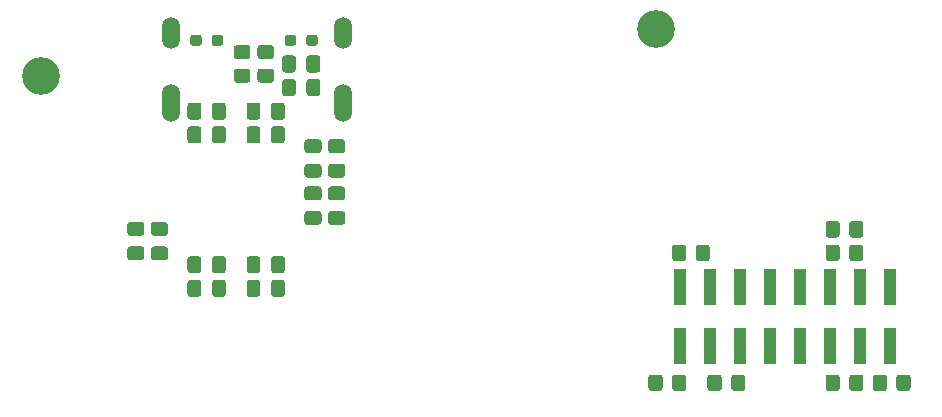
<source format=gbs>
%TF.GenerationSoftware,KiCad,Pcbnew,5.1.9+dfsg1-1+deb11u1*%
%TF.CreationDate,2025-10-17T13:47:22+02:00*%
%TF.ProjectId,VERA-XE-HDMI-Expansion,56455241-2d58-4452-9d48-444d492d4578,rev?*%
%TF.SameCoordinates,Original*%
%TF.FileFunction,Soldermask,Bot*%
%TF.FilePolarity,Negative*%
%FSLAX46Y46*%
G04 Gerber Fmt 4.6, Leading zero omitted, Abs format (unit mm)*
G04 Created by KiCad (PCBNEW 5.1.9+dfsg1-1+deb11u1) date 2025-10-17 13:47:22*
%MOMM*%
%LPD*%
G01*
G04 APERTURE LIST*
%ADD10C,3.200000*%
%ADD11O,1.500000X3.200000*%
%ADD12O,1.500000X2.700000*%
%ADD13R,1.000000X3.150000*%
G04 APERTURE END LIST*
%TO.C,C5*%
G36*
G01*
X182550000Y-31525000D02*
X182550000Y-32475000D01*
G75*
G02*
X182300000Y-32725000I-250000J0D01*
G01*
X181625000Y-32725000D01*
G75*
G02*
X181375000Y-32475000I0J250000D01*
G01*
X181375000Y-31525000D01*
G75*
G02*
X181625000Y-31275000I250000J0D01*
G01*
X182300000Y-31275000D01*
G75*
G02*
X182550000Y-31525000I0J-250000D01*
G01*
G37*
G36*
G01*
X184625000Y-31525000D02*
X184625000Y-32475000D01*
G75*
G02*
X184375000Y-32725000I-250000J0D01*
G01*
X183700000Y-32725000D01*
G75*
G02*
X183450000Y-32475000I0J250000D01*
G01*
X183450000Y-31525000D01*
G75*
G02*
X183700000Y-31275000I250000J0D01*
G01*
X184375000Y-31275000D01*
G75*
G02*
X184625000Y-31525000I0J-250000D01*
G01*
G37*
%TD*%
%TO.C,C6*%
G36*
G01*
X184625000Y-33525000D02*
X184625000Y-34475000D01*
G75*
G02*
X184375000Y-34725000I-250000J0D01*
G01*
X183700000Y-34725000D01*
G75*
G02*
X183450000Y-34475000I0J250000D01*
G01*
X183450000Y-33525000D01*
G75*
G02*
X183700000Y-33275000I250000J0D01*
G01*
X184375000Y-33275000D01*
G75*
G02*
X184625000Y-33525000I0J-250000D01*
G01*
G37*
G36*
G01*
X182550000Y-33525000D02*
X182550000Y-34475000D01*
G75*
G02*
X182300000Y-34725000I-250000J0D01*
G01*
X181625000Y-34725000D01*
G75*
G02*
X181375000Y-34475000I0J250000D01*
G01*
X181375000Y-33525000D01*
G75*
G02*
X181625000Y-33275000I250000J0D01*
G01*
X182300000Y-33275000D01*
G75*
G02*
X182550000Y-33525000I0J-250000D01*
G01*
G37*
%TD*%
%TO.C,C11*%
G36*
G01*
X188450000Y-32475000D02*
X188450000Y-31525000D01*
G75*
G02*
X188700000Y-31275000I250000J0D01*
G01*
X189375000Y-31275000D01*
G75*
G02*
X189625000Y-31525000I0J-250000D01*
G01*
X189625000Y-32475000D01*
G75*
G02*
X189375000Y-32725000I-250000J0D01*
G01*
X188700000Y-32725000D01*
G75*
G02*
X188450000Y-32475000I0J250000D01*
G01*
G37*
G36*
G01*
X186375000Y-32475000D02*
X186375000Y-31525000D01*
G75*
G02*
X186625000Y-31275000I250000J0D01*
G01*
X187300000Y-31275000D01*
G75*
G02*
X187550000Y-31525000I0J-250000D01*
G01*
X187550000Y-32475000D01*
G75*
G02*
X187300000Y-32725000I-250000J0D01*
G01*
X186625000Y-32725000D01*
G75*
G02*
X186375000Y-32475000I0J250000D01*
G01*
G37*
%TD*%
%TO.C,C12*%
G36*
G01*
X186375000Y-34475000D02*
X186375000Y-33525000D01*
G75*
G02*
X186625000Y-33275000I250000J0D01*
G01*
X187300000Y-33275000D01*
G75*
G02*
X187550000Y-33525000I0J-250000D01*
G01*
X187550000Y-34475000D01*
G75*
G02*
X187300000Y-34725000I-250000J0D01*
G01*
X186625000Y-34725000D01*
G75*
G02*
X186375000Y-34475000I0J250000D01*
G01*
G37*
G36*
G01*
X188450000Y-34475000D02*
X188450000Y-33525000D01*
G75*
G02*
X188700000Y-33275000I250000J0D01*
G01*
X189375000Y-33275000D01*
G75*
G02*
X189625000Y-33525000I0J-250000D01*
G01*
X189625000Y-34475000D01*
G75*
G02*
X189375000Y-34725000I-250000J0D01*
G01*
X188700000Y-34725000D01*
G75*
G02*
X188450000Y-34475000I0J250000D01*
G01*
G37*
%TD*%
%TO.C,C20*%
G36*
G01*
X194475000Y-41625000D02*
X193525000Y-41625000D01*
G75*
G02*
X193275000Y-41375000I0J250000D01*
G01*
X193275000Y-40700000D01*
G75*
G02*
X193525000Y-40450000I250000J0D01*
G01*
X194475000Y-40450000D01*
G75*
G02*
X194725000Y-40700000I0J-250000D01*
G01*
X194725000Y-41375000D01*
G75*
G02*
X194475000Y-41625000I-250000J0D01*
G01*
G37*
G36*
G01*
X194475000Y-39550000D02*
X193525000Y-39550000D01*
G75*
G02*
X193275000Y-39300000I0J250000D01*
G01*
X193275000Y-38625000D01*
G75*
G02*
X193525000Y-38375000I250000J0D01*
G01*
X194475000Y-38375000D01*
G75*
G02*
X194725000Y-38625000I0J-250000D01*
G01*
X194725000Y-39300000D01*
G75*
G02*
X194475000Y-39550000I-250000J0D01*
G01*
G37*
%TD*%
%TO.C,C21*%
G36*
G01*
X192475000Y-39550000D02*
X191525000Y-39550000D01*
G75*
G02*
X191275000Y-39300000I0J250000D01*
G01*
X191275000Y-38625000D01*
G75*
G02*
X191525000Y-38375000I250000J0D01*
G01*
X192475000Y-38375000D01*
G75*
G02*
X192725000Y-38625000I0J-250000D01*
G01*
X192725000Y-39300000D01*
G75*
G02*
X192475000Y-39550000I-250000J0D01*
G01*
G37*
G36*
G01*
X192475000Y-41625000D02*
X191525000Y-41625000D01*
G75*
G02*
X191275000Y-41375000I0J250000D01*
G01*
X191275000Y-40700000D01*
G75*
G02*
X191525000Y-40450000I250000J0D01*
G01*
X192475000Y-40450000D01*
G75*
G02*
X192725000Y-40700000I0J-250000D01*
G01*
X192725000Y-41375000D01*
G75*
G02*
X192475000Y-41625000I-250000J0D01*
G01*
G37*
%TD*%
%TO.C,C22*%
G36*
G01*
X194475000Y-37625000D02*
X193525000Y-37625000D01*
G75*
G02*
X193275000Y-37375000I0J250000D01*
G01*
X193275000Y-36700000D01*
G75*
G02*
X193525000Y-36450000I250000J0D01*
G01*
X194475000Y-36450000D01*
G75*
G02*
X194725000Y-36700000I0J-250000D01*
G01*
X194725000Y-37375000D01*
G75*
G02*
X194475000Y-37625000I-250000J0D01*
G01*
G37*
G36*
G01*
X194475000Y-35550000D02*
X193525000Y-35550000D01*
G75*
G02*
X193275000Y-35300000I0J250000D01*
G01*
X193275000Y-34625000D01*
G75*
G02*
X193525000Y-34375000I250000J0D01*
G01*
X194475000Y-34375000D01*
G75*
G02*
X194725000Y-34625000I0J-250000D01*
G01*
X194725000Y-35300000D01*
G75*
G02*
X194475000Y-35550000I-250000J0D01*
G01*
G37*
%TD*%
%TO.C,C23*%
G36*
G01*
X192475000Y-35550000D02*
X191525000Y-35550000D01*
G75*
G02*
X191275000Y-35300000I0J250000D01*
G01*
X191275000Y-34625000D01*
G75*
G02*
X191525000Y-34375000I250000J0D01*
G01*
X192475000Y-34375000D01*
G75*
G02*
X192725000Y-34625000I0J-250000D01*
G01*
X192725000Y-35300000D01*
G75*
G02*
X192475000Y-35550000I-250000J0D01*
G01*
G37*
G36*
G01*
X192475000Y-37625000D02*
X191525000Y-37625000D01*
G75*
G02*
X191275000Y-37375000I0J250000D01*
G01*
X191275000Y-36700000D01*
G75*
G02*
X191525000Y-36450000I250000J0D01*
G01*
X192475000Y-36450000D01*
G75*
G02*
X192725000Y-36700000I0J-250000D01*
G01*
X192725000Y-37375000D01*
G75*
G02*
X192475000Y-37625000I-250000J0D01*
G01*
G37*
%TD*%
%TO.C,C24*%
G36*
G01*
X181375000Y-47475000D02*
X181375000Y-46525000D01*
G75*
G02*
X181625000Y-46275000I250000J0D01*
G01*
X182300000Y-46275000D01*
G75*
G02*
X182550000Y-46525000I0J-250000D01*
G01*
X182550000Y-47475000D01*
G75*
G02*
X182300000Y-47725000I-250000J0D01*
G01*
X181625000Y-47725000D01*
G75*
G02*
X181375000Y-47475000I0J250000D01*
G01*
G37*
G36*
G01*
X183450000Y-47475000D02*
X183450000Y-46525000D01*
G75*
G02*
X183700000Y-46275000I250000J0D01*
G01*
X184375000Y-46275000D01*
G75*
G02*
X184625000Y-46525000I0J-250000D01*
G01*
X184625000Y-47475000D01*
G75*
G02*
X184375000Y-47725000I-250000J0D01*
G01*
X183700000Y-47725000D01*
G75*
G02*
X183450000Y-47475000I0J250000D01*
G01*
G37*
%TD*%
%TO.C,C25*%
G36*
G01*
X183450000Y-45475000D02*
X183450000Y-44525000D01*
G75*
G02*
X183700000Y-44275000I250000J0D01*
G01*
X184375000Y-44275000D01*
G75*
G02*
X184625000Y-44525000I0J-250000D01*
G01*
X184625000Y-45475000D01*
G75*
G02*
X184375000Y-45725000I-250000J0D01*
G01*
X183700000Y-45725000D01*
G75*
G02*
X183450000Y-45475000I0J250000D01*
G01*
G37*
G36*
G01*
X181375000Y-45475000D02*
X181375000Y-44525000D01*
G75*
G02*
X181625000Y-44275000I250000J0D01*
G01*
X182300000Y-44275000D01*
G75*
G02*
X182550000Y-44525000I0J-250000D01*
G01*
X182550000Y-45475000D01*
G75*
G02*
X182300000Y-45725000I-250000J0D01*
G01*
X181625000Y-45725000D01*
G75*
G02*
X181375000Y-45475000I0J250000D01*
G01*
G37*
%TD*%
%TO.C,C28*%
G36*
G01*
X188450000Y-47475000D02*
X188450000Y-46525000D01*
G75*
G02*
X188700000Y-46275000I250000J0D01*
G01*
X189375000Y-46275000D01*
G75*
G02*
X189625000Y-46525000I0J-250000D01*
G01*
X189625000Y-47475000D01*
G75*
G02*
X189375000Y-47725000I-250000J0D01*
G01*
X188700000Y-47725000D01*
G75*
G02*
X188450000Y-47475000I0J250000D01*
G01*
G37*
G36*
G01*
X186375000Y-47475000D02*
X186375000Y-46525000D01*
G75*
G02*
X186625000Y-46275000I250000J0D01*
G01*
X187300000Y-46275000D01*
G75*
G02*
X187550000Y-46525000I0J-250000D01*
G01*
X187550000Y-47475000D01*
G75*
G02*
X187300000Y-47725000I-250000J0D01*
G01*
X186625000Y-47725000D01*
G75*
G02*
X186375000Y-47475000I0J250000D01*
G01*
G37*
%TD*%
%TO.C,C29*%
G36*
G01*
X188450000Y-45475000D02*
X188450000Y-44525000D01*
G75*
G02*
X188700000Y-44275000I250000J0D01*
G01*
X189375000Y-44275000D01*
G75*
G02*
X189625000Y-44525000I0J-250000D01*
G01*
X189625000Y-45475000D01*
G75*
G02*
X189375000Y-45725000I-250000J0D01*
G01*
X188700000Y-45725000D01*
G75*
G02*
X188450000Y-45475000I0J250000D01*
G01*
G37*
G36*
G01*
X186375000Y-45475000D02*
X186375000Y-44525000D01*
G75*
G02*
X186625000Y-44275000I250000J0D01*
G01*
X187300000Y-44275000D01*
G75*
G02*
X187550000Y-44525000I0J-250000D01*
G01*
X187550000Y-45475000D01*
G75*
G02*
X187300000Y-45725000I-250000J0D01*
G01*
X186625000Y-45725000D01*
G75*
G02*
X186375000Y-45475000I0J250000D01*
G01*
G37*
%TD*%
%TO.C,C31*%
G36*
G01*
X189375000Y-28475000D02*
X189375000Y-27525000D01*
G75*
G02*
X189625000Y-27275000I250000J0D01*
G01*
X190300000Y-27275000D01*
G75*
G02*
X190550000Y-27525000I0J-250000D01*
G01*
X190550000Y-28475000D01*
G75*
G02*
X190300000Y-28725000I-250000J0D01*
G01*
X189625000Y-28725000D01*
G75*
G02*
X189375000Y-28475000I0J250000D01*
G01*
G37*
G36*
G01*
X191450000Y-28475000D02*
X191450000Y-27525000D01*
G75*
G02*
X191700000Y-27275000I250000J0D01*
G01*
X192375000Y-27275000D01*
G75*
G02*
X192625000Y-27525000I0J-250000D01*
G01*
X192625000Y-28475000D01*
G75*
G02*
X192375000Y-28725000I-250000J0D01*
G01*
X191700000Y-28725000D01*
G75*
G02*
X191450000Y-28475000I0J250000D01*
G01*
G37*
%TD*%
%TO.C,C32*%
G36*
G01*
X191450000Y-30475000D02*
X191450000Y-29525000D01*
G75*
G02*
X191700000Y-29275000I250000J0D01*
G01*
X192375000Y-29275000D01*
G75*
G02*
X192625000Y-29525000I0J-250000D01*
G01*
X192625000Y-30475000D01*
G75*
G02*
X192375000Y-30725000I-250000J0D01*
G01*
X191700000Y-30725000D01*
G75*
G02*
X191450000Y-30475000I0J250000D01*
G01*
G37*
G36*
G01*
X189375000Y-30475000D02*
X189375000Y-29525000D01*
G75*
G02*
X189625000Y-29275000I250000J0D01*
G01*
X190300000Y-29275000D01*
G75*
G02*
X190550000Y-29525000I0J-250000D01*
G01*
X190550000Y-30475000D01*
G75*
G02*
X190300000Y-30725000I-250000J0D01*
G01*
X189625000Y-30725000D01*
G75*
G02*
X189375000Y-30475000I0J250000D01*
G01*
G37*
%TD*%
%TO.C,C33*%
G36*
G01*
X176525000Y-43450000D02*
X177475000Y-43450000D01*
G75*
G02*
X177725000Y-43700000I0J-250000D01*
G01*
X177725000Y-44375000D01*
G75*
G02*
X177475000Y-44625000I-250000J0D01*
G01*
X176525000Y-44625000D01*
G75*
G02*
X176275000Y-44375000I0J250000D01*
G01*
X176275000Y-43700000D01*
G75*
G02*
X176525000Y-43450000I250000J0D01*
G01*
G37*
G36*
G01*
X176525000Y-41375000D02*
X177475000Y-41375000D01*
G75*
G02*
X177725000Y-41625000I0J-250000D01*
G01*
X177725000Y-42300000D01*
G75*
G02*
X177475000Y-42550000I-250000J0D01*
G01*
X176525000Y-42550000D01*
G75*
G02*
X176275000Y-42300000I0J250000D01*
G01*
X176275000Y-41625000D01*
G75*
G02*
X176525000Y-41375000I250000J0D01*
G01*
G37*
%TD*%
%TO.C,C34*%
G36*
G01*
X178525000Y-41375000D02*
X179475000Y-41375000D01*
G75*
G02*
X179725000Y-41625000I0J-250000D01*
G01*
X179725000Y-42300000D01*
G75*
G02*
X179475000Y-42550000I-250000J0D01*
G01*
X178525000Y-42550000D01*
G75*
G02*
X178275000Y-42300000I0J250000D01*
G01*
X178275000Y-41625000D01*
G75*
G02*
X178525000Y-41375000I250000J0D01*
G01*
G37*
G36*
G01*
X178525000Y-43450000D02*
X179475000Y-43450000D01*
G75*
G02*
X179725000Y-43700000I0J-250000D01*
G01*
X179725000Y-44375000D01*
G75*
G02*
X179475000Y-44625000I-250000J0D01*
G01*
X178525000Y-44625000D01*
G75*
G02*
X178275000Y-44375000I0J250000D01*
G01*
X178275000Y-43700000D01*
G75*
G02*
X178525000Y-43450000I250000J0D01*
G01*
G37*
%TD*%
D10*
%TO.C,H1*%
X169000000Y-29000000D03*
%TD*%
%TO.C,H2*%
X221000000Y-25000000D03*
%TD*%
D11*
%TO.C,J1*%
X180000000Y-31300000D03*
X194500000Y-31300000D03*
D12*
X180000000Y-25340000D03*
X194500000Y-25340000D03*
%TD*%
%TO.C,R3*%
G36*
G01*
X226600000Y-54549999D02*
X226600000Y-55450001D01*
G75*
G02*
X226350001Y-55700000I-249999J0D01*
G01*
X225649999Y-55700000D01*
G75*
G02*
X225400000Y-55450001I0J249999D01*
G01*
X225400000Y-54549999D01*
G75*
G02*
X225649999Y-54300000I249999J0D01*
G01*
X226350001Y-54300000D01*
G75*
G02*
X226600000Y-54549999I0J-249999D01*
G01*
G37*
G36*
G01*
X228600000Y-54549999D02*
X228600000Y-55450001D01*
G75*
G02*
X228350001Y-55700000I-249999J0D01*
G01*
X227649999Y-55700000D01*
G75*
G02*
X227400000Y-55450001I0J249999D01*
G01*
X227400000Y-54549999D01*
G75*
G02*
X227649999Y-54300000I249999J0D01*
G01*
X228350001Y-54300000D01*
G75*
G02*
X228600000Y-54549999I0J-249999D01*
G01*
G37*
%TD*%
%TO.C,R4*%
G36*
G01*
X225600000Y-43549999D02*
X225600000Y-44450001D01*
G75*
G02*
X225350001Y-44700000I-249999J0D01*
G01*
X224649999Y-44700000D01*
G75*
G02*
X224400000Y-44450001I0J249999D01*
G01*
X224400000Y-43549999D01*
G75*
G02*
X224649999Y-43300000I249999J0D01*
G01*
X225350001Y-43300000D01*
G75*
G02*
X225600000Y-43549999I0J-249999D01*
G01*
G37*
G36*
G01*
X223600000Y-43549999D02*
X223600000Y-44450001D01*
G75*
G02*
X223350001Y-44700000I-249999J0D01*
G01*
X222649999Y-44700000D01*
G75*
G02*
X222400000Y-44450001I0J249999D01*
G01*
X222400000Y-43549999D01*
G75*
G02*
X222649999Y-43300000I249999J0D01*
G01*
X223350001Y-43300000D01*
G75*
G02*
X223600000Y-43549999I0J-249999D01*
G01*
G37*
%TD*%
%TO.C,R5*%
G36*
G01*
X222400000Y-55450001D02*
X222400000Y-54549999D01*
G75*
G02*
X222649999Y-54300000I249999J0D01*
G01*
X223350001Y-54300000D01*
G75*
G02*
X223600000Y-54549999I0J-249999D01*
G01*
X223600000Y-55450001D01*
G75*
G02*
X223350001Y-55700000I-249999J0D01*
G01*
X222649999Y-55700000D01*
G75*
G02*
X222400000Y-55450001I0J249999D01*
G01*
G37*
G36*
G01*
X220400000Y-55450001D02*
X220400000Y-54549999D01*
G75*
G02*
X220649999Y-54300000I249999J0D01*
G01*
X221350001Y-54300000D01*
G75*
G02*
X221600000Y-54549999I0J-249999D01*
G01*
X221600000Y-55450001D01*
G75*
G02*
X221350001Y-55700000I-249999J0D01*
G01*
X220649999Y-55700000D01*
G75*
G02*
X220400000Y-55450001I0J249999D01*
G01*
G37*
%TD*%
%TO.C,R6*%
G36*
G01*
X237400000Y-55450001D02*
X237400000Y-54549999D01*
G75*
G02*
X237649999Y-54300000I249999J0D01*
G01*
X238350001Y-54300000D01*
G75*
G02*
X238600000Y-54549999I0J-249999D01*
G01*
X238600000Y-55450001D01*
G75*
G02*
X238350001Y-55700000I-249999J0D01*
G01*
X237649999Y-55700000D01*
G75*
G02*
X237400000Y-55450001I0J249999D01*
G01*
G37*
G36*
G01*
X235400000Y-55450001D02*
X235400000Y-54549999D01*
G75*
G02*
X235649999Y-54300000I249999J0D01*
G01*
X236350001Y-54300000D01*
G75*
G02*
X236600000Y-54549999I0J-249999D01*
G01*
X236600000Y-55450001D01*
G75*
G02*
X236350001Y-55700000I-249999J0D01*
G01*
X235649999Y-55700000D01*
G75*
G02*
X235400000Y-55450001I0J249999D01*
G01*
G37*
%TD*%
%TO.C,R7*%
G36*
G01*
X190575000Y-25762500D02*
X190575000Y-26237500D01*
G75*
G02*
X190337500Y-26475000I-237500J0D01*
G01*
X189837500Y-26475000D01*
G75*
G02*
X189600000Y-26237500I0J237500D01*
G01*
X189600000Y-25762500D01*
G75*
G02*
X189837500Y-25525000I237500J0D01*
G01*
X190337500Y-25525000D01*
G75*
G02*
X190575000Y-25762500I0J-237500D01*
G01*
G37*
G36*
G01*
X192400000Y-25762500D02*
X192400000Y-26237500D01*
G75*
G02*
X192162500Y-26475000I-237500J0D01*
G01*
X191662500Y-26475000D01*
G75*
G02*
X191425000Y-26237500I0J237500D01*
G01*
X191425000Y-25762500D01*
G75*
G02*
X191662500Y-25525000I237500J0D01*
G01*
X192162500Y-25525000D01*
G75*
G02*
X192400000Y-25762500I0J-237500D01*
G01*
G37*
%TD*%
%TO.C,R8*%
G36*
G01*
X181600000Y-26237500D02*
X181600000Y-25762500D01*
G75*
G02*
X181837500Y-25525000I237500J0D01*
G01*
X182337500Y-25525000D01*
G75*
G02*
X182575000Y-25762500I0J-237500D01*
G01*
X182575000Y-26237500D01*
G75*
G02*
X182337500Y-26475000I-237500J0D01*
G01*
X181837500Y-26475000D01*
G75*
G02*
X181600000Y-26237500I0J237500D01*
G01*
G37*
G36*
G01*
X183425000Y-26237500D02*
X183425000Y-25762500D01*
G75*
G02*
X183662500Y-25525000I237500J0D01*
G01*
X184162500Y-25525000D01*
G75*
G02*
X184400000Y-25762500I0J-237500D01*
G01*
X184400000Y-26237500D01*
G75*
G02*
X184162500Y-26475000I-237500J0D01*
G01*
X183662500Y-26475000D01*
G75*
G02*
X183425000Y-26237500I0J237500D01*
G01*
G37*
%TD*%
%TO.C,R9*%
G36*
G01*
X235400000Y-44450001D02*
X235400000Y-43549999D01*
G75*
G02*
X235649999Y-43300000I249999J0D01*
G01*
X236350001Y-43300000D01*
G75*
G02*
X236600000Y-43549999I0J-249999D01*
G01*
X236600000Y-44450001D01*
G75*
G02*
X236350001Y-44700000I-249999J0D01*
G01*
X235649999Y-44700000D01*
G75*
G02*
X235400000Y-44450001I0J249999D01*
G01*
G37*
G36*
G01*
X237400000Y-44450001D02*
X237400000Y-43549999D01*
G75*
G02*
X237649999Y-43300000I249999J0D01*
G01*
X238350001Y-43300000D01*
G75*
G02*
X238600000Y-43549999I0J-249999D01*
G01*
X238600000Y-44450001D01*
G75*
G02*
X238350001Y-44700000I-249999J0D01*
G01*
X237649999Y-44700000D01*
G75*
G02*
X237400000Y-44450001I0J249999D01*
G01*
G37*
%TD*%
%TO.C,R10*%
G36*
G01*
X187549999Y-26400000D02*
X188450001Y-26400000D01*
G75*
G02*
X188700000Y-26649999I0J-249999D01*
G01*
X188700000Y-27350001D01*
G75*
G02*
X188450001Y-27600000I-249999J0D01*
G01*
X187549999Y-27600000D01*
G75*
G02*
X187300000Y-27350001I0J249999D01*
G01*
X187300000Y-26649999D01*
G75*
G02*
X187549999Y-26400000I249999J0D01*
G01*
G37*
G36*
G01*
X187549999Y-28400000D02*
X188450001Y-28400000D01*
G75*
G02*
X188700000Y-28649999I0J-249999D01*
G01*
X188700000Y-29350001D01*
G75*
G02*
X188450001Y-29600000I-249999J0D01*
G01*
X187549999Y-29600000D01*
G75*
G02*
X187300000Y-29350001I0J249999D01*
G01*
X187300000Y-28649999D01*
G75*
G02*
X187549999Y-28400000I249999J0D01*
G01*
G37*
%TD*%
%TO.C,R11*%
G36*
G01*
X242600000Y-54549999D02*
X242600000Y-55450001D01*
G75*
G02*
X242350001Y-55700000I-249999J0D01*
G01*
X241649999Y-55700000D01*
G75*
G02*
X241400000Y-55450001I0J249999D01*
G01*
X241400000Y-54549999D01*
G75*
G02*
X241649999Y-54300000I249999J0D01*
G01*
X242350001Y-54300000D01*
G75*
G02*
X242600000Y-54549999I0J-249999D01*
G01*
G37*
G36*
G01*
X240600000Y-54549999D02*
X240600000Y-55450001D01*
G75*
G02*
X240350001Y-55700000I-249999J0D01*
G01*
X239649999Y-55700000D01*
G75*
G02*
X239400000Y-55450001I0J249999D01*
G01*
X239400000Y-54549999D01*
G75*
G02*
X239649999Y-54300000I249999J0D01*
G01*
X240350001Y-54300000D01*
G75*
G02*
X240600000Y-54549999I0J-249999D01*
G01*
G37*
%TD*%
%TO.C,R12*%
G36*
G01*
X237400000Y-42450001D02*
X237400000Y-41549999D01*
G75*
G02*
X237649999Y-41300000I249999J0D01*
G01*
X238350001Y-41300000D01*
G75*
G02*
X238600000Y-41549999I0J-249999D01*
G01*
X238600000Y-42450001D01*
G75*
G02*
X238350001Y-42700000I-249999J0D01*
G01*
X237649999Y-42700000D01*
G75*
G02*
X237400000Y-42450001I0J249999D01*
G01*
G37*
G36*
G01*
X235400000Y-42450001D02*
X235400000Y-41549999D01*
G75*
G02*
X235649999Y-41300000I249999J0D01*
G01*
X236350001Y-41300000D01*
G75*
G02*
X236600000Y-41549999I0J-249999D01*
G01*
X236600000Y-42450001D01*
G75*
G02*
X236350001Y-42700000I-249999J0D01*
G01*
X235649999Y-42700000D01*
G75*
G02*
X235400000Y-42450001I0J249999D01*
G01*
G37*
%TD*%
%TO.C,R13*%
G36*
G01*
X185549999Y-28400000D02*
X186450001Y-28400000D01*
G75*
G02*
X186700000Y-28649999I0J-249999D01*
G01*
X186700000Y-29350001D01*
G75*
G02*
X186450001Y-29600000I-249999J0D01*
G01*
X185549999Y-29600000D01*
G75*
G02*
X185300000Y-29350001I0J249999D01*
G01*
X185300000Y-28649999D01*
G75*
G02*
X185549999Y-28400000I249999J0D01*
G01*
G37*
G36*
G01*
X185549999Y-26400000D02*
X186450001Y-26400000D01*
G75*
G02*
X186700000Y-26649999I0J-249999D01*
G01*
X186700000Y-27350001D01*
G75*
G02*
X186450001Y-27600000I-249999J0D01*
G01*
X185549999Y-27600000D01*
G75*
G02*
X185300000Y-27350001I0J249999D01*
G01*
X185300000Y-26649999D01*
G75*
G02*
X185549999Y-26400000I249999J0D01*
G01*
G37*
%TD*%
D13*
%TO.C,J2*%
X223050000Y-46865000D03*
X223050000Y-51915000D03*
X225590000Y-46865000D03*
X225590000Y-51915000D03*
X228130000Y-46865000D03*
X228130000Y-51915000D03*
X230670000Y-46865000D03*
X230670000Y-51915000D03*
X233210000Y-46865000D03*
X233210000Y-51915000D03*
X235750000Y-46865000D03*
X235750000Y-51915000D03*
X238290000Y-46865000D03*
X238290000Y-51915000D03*
X240830000Y-46865000D03*
X240830000Y-51915000D03*
%TD*%
M02*

</source>
